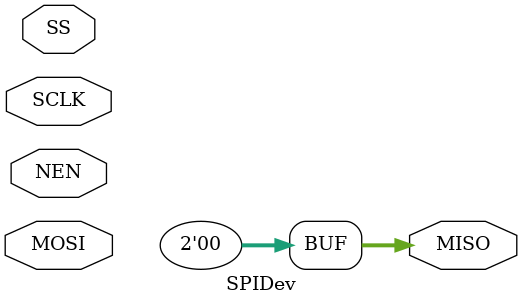
<source format=v>


`timescale 1ns / 1ps
`default_nettype none


module SPIDev(MISO, MOSI, SCLK, SS, NEN);
    output reg [1:0] MISO;
    input [1:0] MOSI;
    input [1:0] SCLK;
    input [1:0] SS;
    input NEN;

  initial begin
    #0          MISO[1:0] = 2'b00;
  end

endmodule

</source>
